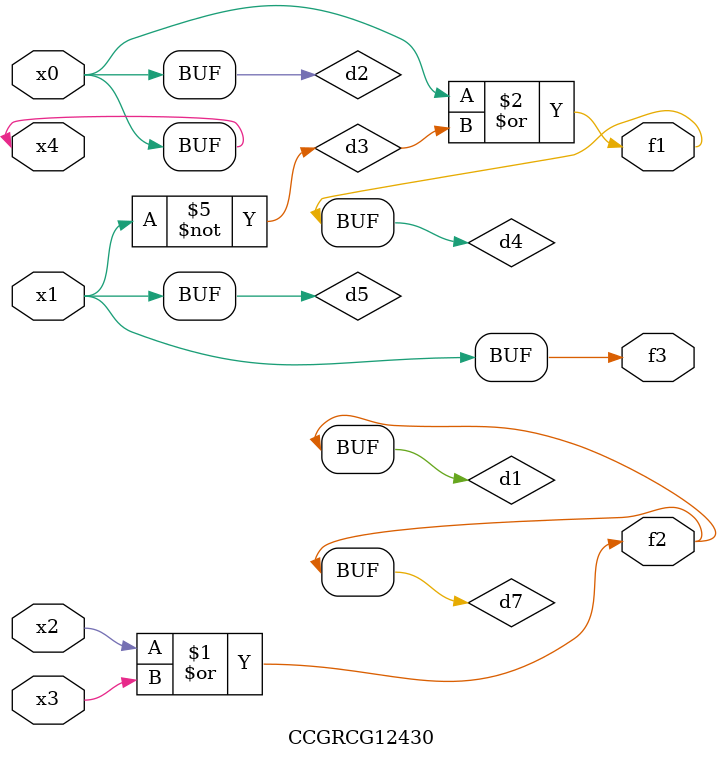
<source format=v>
module CCGRCG12430(
	input x0, x1, x2, x3, x4,
	output f1, f2, f3
);

	wire d1, d2, d3, d4, d5, d6, d7;

	or (d1, x2, x3);
	buf (d2, x0, x4);
	not (d3, x1);
	or (d4, d2, d3);
	not (d5, d3);
	nand (d6, d1, d3);
	or (d7, d1);
	assign f1 = d4;
	assign f2 = d7;
	assign f3 = d5;
endmodule

</source>
